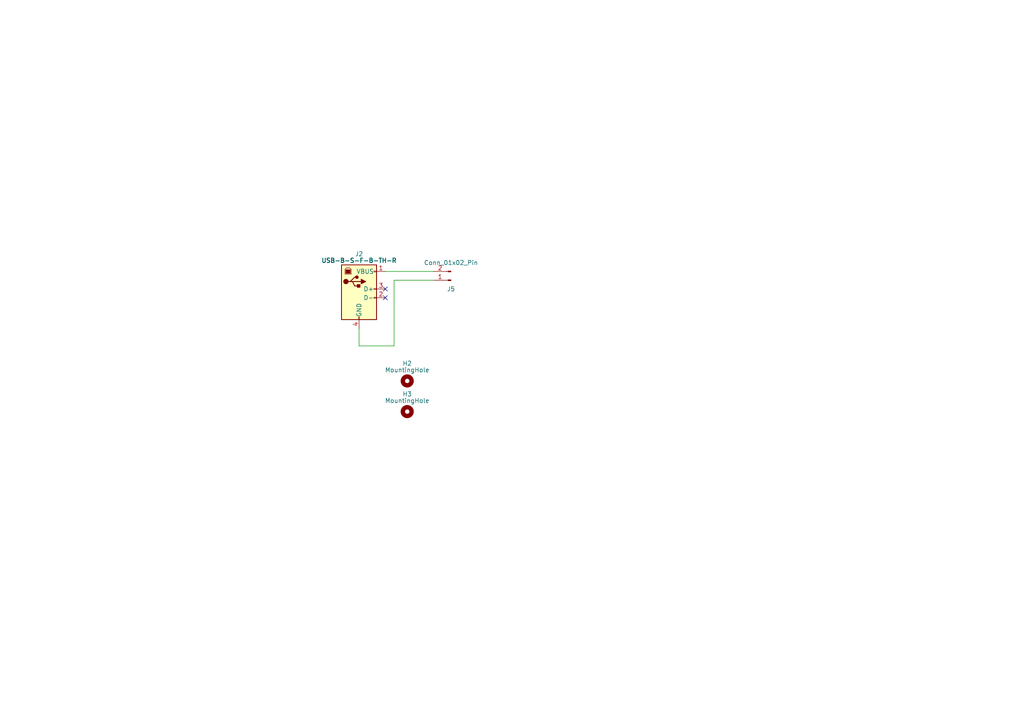
<source format=kicad_sch>
(kicad_sch (version 20230121) (generator eeschema)
  (paper "A4")
  (lib_symbols
    (symbol "Connector:Conn_01x02_Pin" (pin_names (offset 1.016) hide)
      (property "Reference" "J" (at 0 2.54 0))
      (property "Value" "Conn_01x02_Pin" (at 0 -5.08 0))
      (symbol "Conn_01x02_Pin_1_1"
        (polyline (pts (xy 1.27 -2.54) (xy 0.8636 -2.54)) (stroke (width 0.1524)))
        (polyline (pts (xy 1.27 0) (xy 0.8636 0)) (stroke (width 0.1524)))
        (rectangle (start 0.8636 -2.413) (end 0 -2.667) (stroke (width 0.1524)) (fill (type outline)))
        (rectangle (start 0.8636 0.127) (end 0 -0.127) (stroke (width 0.1524)) (fill (type outline)))
        (pin passive line (at 5.08 0 180) (length 3.81) (name "Pin_1") (number "1"))
        (pin passive line (at 5.08 -2.54 180) (length 3.81) (name "Pin_2") (number "2"))
      )
    )
    (symbol "Mechanical:MountingHole" (pin_names (offset 1.016))
      (property "Reference" "H" (at 0 5.08 0))
      (property "Value" "MountingHole" (at 0 3.175 0))
      (symbol "MountingHole_0_1"
        (circle (center 0 0) (radius 1.27) (stroke (width 1.27)))
      )
    )
    (symbol "Samtec:USB-B-S-F-B-TH-R" (pin_names (offset 0.762))
      (property "Reference" "J" (at -7.62 5.08 0))
      (property "Value" "USB-B-S-F-B-TH-R" (at -7.62 3.175 0))
      (symbol "USB-B-S-F-B-TH-R_0_1"
        (rectangle (start -12.7 1.905) (end -2.54 -13.97) (stroke (width 0.254)) (fill (type background)))
        (circle (center -11.43 -2.921) (radius 0.635) (stroke (width 0.254)) (fill (type outline)))
        (rectangle (start -11.43 0.508) (end -10.16 -0.508) (fill (type outline)))
        (circle (center -8.255 -1.651) (radius 0.381) (stroke (width 0.254)) (fill (type outline)))
        (rectangle (start -7.747 -13.208) (end -7.493 -13.97))
        (rectangle (start -7.366 -3.81) (end -8.128 -4.572) (stroke (width 0.254)) (fill (type outline)))
        (rectangle (start -2.54 -7.747) (end -3.302 -7.493))
        (rectangle (start -2.54 -5.207) (end -3.302 -4.953))
        (rectangle (start -2.54 -0.127) (end -3.302 0.127))
        (polyline (pts (xy -9.525 -2.921) (xy -6.985 -2.921)) (stroke (width 0.254)))
        (polyline (pts (xy -10.795 -2.921) (xy -10.16 -2.921) (xy -8.89 -1.651) (xy -8.255 -1.651)) (stroke (width 0.254)))
        (polyline (pts (xy -10.16 -2.921) (xy -9.525 -2.921) (xy -8.89 -4.191) (xy -7.62 -4.191)) (stroke (width 0.254)))
        (polyline (pts (xy -6.985 -2.286) (xy -6.985 -3.556) (xy -5.715 -2.921) (xy -6.985 -2.286)) (stroke (width 0.254)) (fill (type outline)))
        (polyline (pts (xy -11.684 -0.762) (xy -9.906 -0.762) (xy -9.906 0.635) (xy -10.287 1.016) (xy -11.303 1.016) (xy -11.684 0.635) (xy -11.684 -0.762)))
      )
      (symbol "USB-B-S-F-B-TH-R_1_0"
        (pin no_connect line (at -10.16 -19.05 90) (length 5.08) hide (name "MH1") (number "MH1"))
        (pin no_connect line (at -5.08 -19.05 90) (length 5.08) hide (name "MH2") (number "MH2"))
      )
      (symbol "USB-B-S-F-B-TH-R_1_1"
        (pin power_out line (at 0 0 180) (length 2.54) (name "VBUS") (number "1"))
        (pin bidirectional line (at 0 -7.62 180) (length 2.54) (name "D-") (number "2"))
        (pin bidirectional line (at 0 -5.08 180) (length 2.54) (name "D+") (number "3"))
        (pin power_out line (at -7.62 -16.51 90) (length 2.54) (name "GND") (number "4"))
      )
    )
  )
  (no_connect (at 111.76 83.82))
  (no_connect (at 111.76 86.36))
  (wire (pts (xy 114.3 100.33) (xy 104.14 100.33)))
  (wire (pts (xy 104.14 95.25) (xy 104.14 100.33)))
  (wire (pts (xy 111.76 78.74) (xy 125.73 78.74)))
  (wire (pts (xy 114.3 81.28) (xy 114.3 100.33)))
  (wire (pts (xy 125.73 81.28) (xy 114.3 81.28)))
  (symbol (lib_id "Connector:Conn_01x02_Pin") (at 130.81 81.28 180) (unit 1)
    (property "Reference" "J5" (at 130.81 83.82 0))
    (property "Value" "Conn_01x02_Pin" (at 130.81 76.2 0))
    (property "Footprint" "Connector_PinHeader_2.54mm:PinHeader_1x02_P2.54mm_Vertical" (effects hide))
  )
  (symbol (lib_id "Mechanical:MountingHole") (at 118.11 110.49 0) (unit 1)
    (property "Reference" "H2" (at 118.11 105.41 0))
    (property "Value" "MountingHole" (at 118.11 107.315 0))
    (property "Footprint" "MountingHole:MountingHole_2.5mm" (effects hide))
  )
  (symbol (lib_id "Mechanical:MountingHole") (at 118.11 119.38 0) (unit 1)
    (property "Reference" "H3" (at 118.11 114.3 0))
    (property "Value" "MountingHole" (at 118.11 116.205 0))
    (property "Footprint" "MountingHole:MountingHole_2.5mm" (effects hide))
  )
  (symbol (lib_id "Samtec:USB-B-S-F-B-TH-R") (at 111.76 78.74 0) (unit 1)
    (property "Reference" "J2" (at 104.14 73.66 0))
    (property "Value" "USB-B-S-F-B-TH-R" (at 104.14 75.565 0) (effects (font bold)))
    (property "Footprint" "USBBSFBTHR" (effects hide))
    (property "Datasheet" "http://suddendocs.samtec.com/prints/usb-b-s-x-x-th-x-xx-mkt.pdf" (effects hide))
    (property "Description" "USB TYPE B 2.0 BLACK T/H" (effects hide))
    (property "Height" "10.95" (effects hide))
    (property "Manufacturer_Name" "SAMTEC" (effects hide))
    (property "Manufacturer_Part_Number" "USB-B-S-F-B-TH-R" (effects hide))
    (property "Mouser Part Number" "200-USBBSFBTHR" (effects hide))
    (property "Mouser Price/Stock" "https://www.mouser.co.uk/ProductDetail/Samtec/USB-B-S-F-B-TH-R?qs=Cqqh%252BS766wljaK51DjBy2Q%3D%3D" (effects hide))
    (property "Silkscreen" "USB-B-SFBTH" (effects hide))
  )
)
</source>
